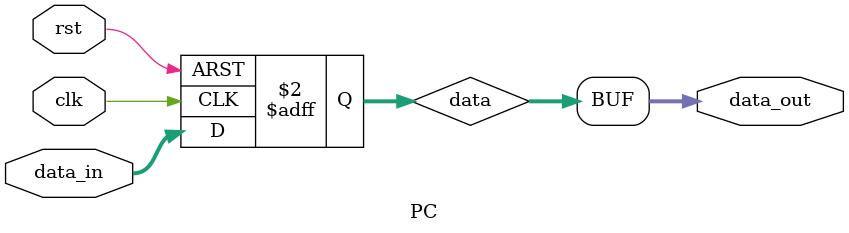
<source format=v>
module PC (input clk, rst, input [31:0] data_in, output [31:0] data_out);
    reg [31:0] data;

    always @(posedge clk, posedge rst) begin
        if (rst)
            data <= 32'b0;
        else
            data <= data_in;
    end

    assign data_out = data;

endmodule
</source>
